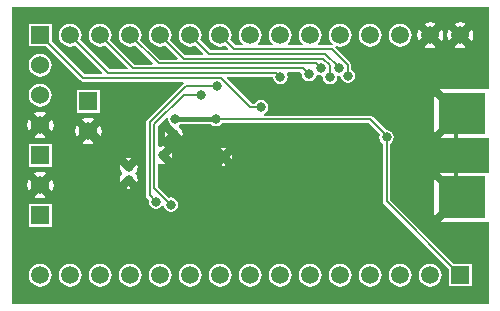
<source format=gbl>
G04 Layer_Physical_Order=2*
G04 Layer_Color=16711680*
%FSAX25Y25*%
%MOIN*%
G70*
G01*
G75*
%ADD31R,0.15748X0.07874*%
%ADD32C,0.00800*%
%ADD33C,0.01200*%
%ADD35C,0.01500*%
%ADD38C,0.05906*%
%ADD39R,0.05906X0.05906*%
%ADD40R,0.06000X0.06000*%
%ADD41C,0.06000*%
%ADD42C,0.03150*%
G36*
X0315961Y0220947D02*
X0299797D01*
X0304137Y0216607D01*
X0302189Y0214658D01*
X0297848Y0218999D01*
Y0210317D01*
Y0206534D01*
X0302189Y0210874D01*
X0304137Y0208926D01*
X0299797Y0204585D01*
X0315961D01*
Y0193215D01*
X0299797D01*
X0304137Y0188874D01*
X0302189Y0186926D01*
X0297848Y0191266D01*
Y0182585D01*
Y0178802D01*
X0302189Y0183142D01*
X0304137Y0181193D01*
X0299797Y0176853D01*
X0315961D01*
Y0149539D01*
X0157039D01*
Y0248461D01*
X0315961D01*
Y0220947D01*
D02*
G37*
%LPC*%
G36*
X0170422Y0190973D02*
X0168449Y0189000D01*
X0170422Y0187027D01*
X0170765Y0187857D01*
X0170916Y0189000D01*
X0170765Y0190143D01*
X0170422Y0190973D01*
D02*
G37*
G36*
X0162578Y0190973D02*
X0162235Y0190143D01*
X0162084Y0189000D01*
X0162235Y0187857D01*
X0162578Y0187027D01*
X0164551Y0189000D01*
X0162578Y0190973D01*
D02*
G37*
G36*
X0196000Y0188886D02*
X0195118Y0188004D01*
X0195229Y0187958D01*
X0196000Y0187856D01*
X0196771Y0187958D01*
X0196882Y0188004D01*
X0196000Y0188886D01*
D02*
G37*
G36*
X0296500Y0162785D02*
X0295520Y0162656D01*
X0294607Y0162278D01*
X0293824Y0161677D01*
X0293222Y0160893D01*
X0292844Y0159980D01*
X0292715Y0159000D01*
X0292844Y0158020D01*
X0293222Y0157107D01*
X0293824Y0156324D01*
X0294607Y0155722D01*
X0295520Y0155344D01*
X0296500Y0155215D01*
X0297480Y0155344D01*
X0298393Y0155722D01*
X0299177Y0156324D01*
X0299778Y0157107D01*
X0300156Y0158020D01*
X0300285Y0159000D01*
X0300156Y0159980D01*
X0299778Y0160893D01*
X0299177Y0161677D01*
X0298393Y0162278D01*
X0297480Y0162656D01*
X0296500Y0162785D01*
D02*
G37*
G36*
X0170300Y0182800D02*
X0162700D01*
Y0175200D01*
X0170300D01*
Y0182800D01*
D02*
G37*
G36*
X0166500Y0187051D02*
X0164527Y0185079D01*
X0165357Y0184735D01*
X0166500Y0184584D01*
X0167643Y0184735D01*
X0168473Y0185079D01*
X0166500Y0187051D01*
D02*
G37*
G36*
X0193169Y0196047D02*
X0193123Y0195936D01*
X0193022Y0195165D01*
X0193123Y0194395D01*
X0193421Y0193676D01*
X0193586Y0193461D01*
X0193859Y0193000D01*
X0193586Y0192539D01*
X0193421Y0192324D01*
X0193123Y0191605D01*
X0193022Y0190835D01*
X0193123Y0190064D01*
X0193169Y0189953D01*
X0195026Y0191809D01*
X0196000Y0190835D01*
X0196974Y0191809D01*
X0198831Y0189953D01*
X0198877Y0190064D01*
X0198978Y0190835D01*
X0198877Y0191605D01*
X0198579Y0192324D01*
X0198414Y0192539D01*
X0198141Y0193000D01*
X0198414Y0193461D01*
X0198579Y0193676D01*
X0198877Y0194395D01*
X0198978Y0195165D01*
X0198877Y0195936D01*
X0198831Y0196047D01*
X0196974Y0194191D01*
X0196000Y0195165D01*
X0195026Y0194191D01*
X0193169Y0196047D01*
D02*
G37*
G36*
X0196000Y0198144D02*
X0195229Y0198042D01*
X0195118Y0197996D01*
X0196000Y0197114D01*
X0196882Y0197996D01*
X0196771Y0198042D01*
X0196000Y0198144D01*
D02*
G37*
G36*
X0224669Y0199382D02*
X0224623Y0199271D01*
X0224522Y0198500D01*
X0224623Y0197729D01*
X0224669Y0197618D01*
X0225551Y0198500D01*
X0224669Y0199382D01*
D02*
G37*
G36*
X0230331Y0199382D02*
X0229449Y0198500D01*
X0230331Y0197618D01*
X0230377Y0197729D01*
X0230478Y0198500D01*
X0230377Y0199271D01*
X0230331Y0199382D01*
D02*
G37*
G36*
X0166500Y0193416D02*
X0165357Y0193265D01*
X0164527Y0192921D01*
X0166500Y0190949D01*
X0168473Y0192921D01*
X0167643Y0193265D01*
X0166500Y0193416D01*
D02*
G37*
G36*
X0170300Y0202800D02*
X0162700D01*
Y0195200D01*
X0170300D01*
Y0202800D01*
D02*
G37*
G36*
X0227500Y0196551D02*
X0226618Y0195669D01*
X0226729Y0195623D01*
X0227500Y0195522D01*
X0228271Y0195623D01*
X0228382Y0195669D01*
X0227500Y0196551D01*
D02*
G37*
G36*
X0206500Y0162785D02*
X0205520Y0162656D01*
X0204607Y0162278D01*
X0203823Y0161677D01*
X0203222Y0160893D01*
X0202844Y0159980D01*
X0202715Y0159000D01*
X0202844Y0158020D01*
X0203222Y0157107D01*
X0203823Y0156324D01*
X0204607Y0155722D01*
X0205520Y0155344D01*
X0206500Y0155215D01*
X0207480Y0155344D01*
X0208393Y0155722D01*
X0209176Y0156324D01*
X0209778Y0157107D01*
X0210156Y0158020D01*
X0210285Y0159000D01*
X0210156Y0159980D01*
X0209778Y0160893D01*
X0209176Y0161677D01*
X0208393Y0162278D01*
X0207480Y0162656D01*
X0206500Y0162785D01*
D02*
G37*
G36*
X0216500D02*
X0215520Y0162656D01*
X0214607Y0162278D01*
X0213824Y0161677D01*
X0213222Y0160893D01*
X0212844Y0159980D01*
X0212715Y0159000D01*
X0212844Y0158020D01*
X0213222Y0157107D01*
X0213824Y0156324D01*
X0214607Y0155722D01*
X0215520Y0155344D01*
X0216500Y0155215D01*
X0217480Y0155344D01*
X0218393Y0155722D01*
X0219177Y0156324D01*
X0219778Y0157107D01*
X0220156Y0158020D01*
X0220285Y0159000D01*
X0220156Y0159980D01*
X0219778Y0160893D01*
X0219177Y0161677D01*
X0218393Y0162278D01*
X0217480Y0162656D01*
X0216500Y0162785D01*
D02*
G37*
G36*
X0226500D02*
X0225520Y0162656D01*
X0224607Y0162278D01*
X0223823Y0161677D01*
X0223222Y0160893D01*
X0222844Y0159980D01*
X0222715Y0159000D01*
X0222844Y0158020D01*
X0223222Y0157107D01*
X0223823Y0156324D01*
X0224607Y0155722D01*
X0225520Y0155344D01*
X0226500Y0155215D01*
X0227480Y0155344D01*
X0228393Y0155722D01*
X0229176Y0156324D01*
X0229778Y0157107D01*
X0230156Y0158020D01*
X0230285Y0159000D01*
X0230156Y0159980D01*
X0229778Y0160893D01*
X0229176Y0161677D01*
X0228393Y0162278D01*
X0227480Y0162656D01*
X0226500Y0162785D01*
D02*
G37*
G36*
X0176500D02*
X0175520Y0162656D01*
X0174607Y0162278D01*
X0173823Y0161677D01*
X0173222Y0160893D01*
X0172844Y0159980D01*
X0172715Y0159000D01*
X0172844Y0158020D01*
X0173222Y0157107D01*
X0173823Y0156324D01*
X0174607Y0155722D01*
X0175520Y0155344D01*
X0176500Y0155215D01*
X0177480Y0155344D01*
X0178393Y0155722D01*
X0179176Y0156324D01*
X0179778Y0157107D01*
X0180156Y0158020D01*
X0180285Y0159000D01*
X0180156Y0159980D01*
X0179778Y0160893D01*
X0179176Y0161677D01*
X0178393Y0162278D01*
X0177480Y0162656D01*
X0176500Y0162785D01*
D02*
G37*
G36*
X0186500D02*
X0185520Y0162656D01*
X0184607Y0162278D01*
X0183824Y0161677D01*
X0183222Y0160893D01*
X0182844Y0159980D01*
X0182715Y0159000D01*
X0182844Y0158020D01*
X0183222Y0157107D01*
X0183824Y0156324D01*
X0184607Y0155722D01*
X0185520Y0155344D01*
X0186500Y0155215D01*
X0187480Y0155344D01*
X0188393Y0155722D01*
X0189176Y0156324D01*
X0189778Y0157107D01*
X0190156Y0158020D01*
X0190285Y0159000D01*
X0190156Y0159980D01*
X0189778Y0160893D01*
X0189176Y0161677D01*
X0188393Y0162278D01*
X0187480Y0162656D01*
X0186500Y0162785D01*
D02*
G37*
G36*
X0196500D02*
X0195520Y0162656D01*
X0194607Y0162278D01*
X0193824Y0161677D01*
X0193222Y0160893D01*
X0192844Y0159980D01*
X0192715Y0159000D01*
X0192844Y0158020D01*
X0193222Y0157107D01*
X0193824Y0156324D01*
X0194607Y0155722D01*
X0195520Y0155344D01*
X0196500Y0155215D01*
X0197480Y0155344D01*
X0198393Y0155722D01*
X0199177Y0156324D01*
X0199778Y0157107D01*
X0200156Y0158020D01*
X0200285Y0159000D01*
X0200156Y0159980D01*
X0199778Y0160893D01*
X0199177Y0161677D01*
X0198393Y0162278D01*
X0197480Y0162656D01*
X0196500Y0162785D01*
D02*
G37*
G36*
X0236500D02*
X0235520Y0162656D01*
X0234607Y0162278D01*
X0233823Y0161677D01*
X0233222Y0160893D01*
X0232844Y0159980D01*
X0232715Y0159000D01*
X0232844Y0158020D01*
X0233222Y0157107D01*
X0233823Y0156324D01*
X0234607Y0155722D01*
X0235520Y0155344D01*
X0236500Y0155215D01*
X0237480Y0155344D01*
X0238393Y0155722D01*
X0239177Y0156324D01*
X0239778Y0157107D01*
X0240156Y0158020D01*
X0240285Y0159000D01*
X0240156Y0159980D01*
X0239778Y0160893D01*
X0239177Y0161677D01*
X0238393Y0162278D01*
X0237480Y0162656D01*
X0236500Y0162785D01*
D02*
G37*
G36*
X0276500D02*
X0275520Y0162656D01*
X0274607Y0162278D01*
X0273823Y0161677D01*
X0273222Y0160893D01*
X0272844Y0159980D01*
X0272715Y0159000D01*
X0272844Y0158020D01*
X0273222Y0157107D01*
X0273823Y0156324D01*
X0274607Y0155722D01*
X0275520Y0155344D01*
X0276500Y0155215D01*
X0277480Y0155344D01*
X0278393Y0155722D01*
X0279176Y0156324D01*
X0279778Y0157107D01*
X0280156Y0158020D01*
X0280285Y0159000D01*
X0280156Y0159980D01*
X0279778Y0160893D01*
X0279176Y0161677D01*
X0278393Y0162278D01*
X0277480Y0162656D01*
X0276500Y0162785D01*
D02*
G37*
G36*
X0286500D02*
X0285520Y0162656D01*
X0284607Y0162278D01*
X0283823Y0161677D01*
X0283222Y0160893D01*
X0282844Y0159980D01*
X0282715Y0159000D01*
X0282844Y0158020D01*
X0283222Y0157107D01*
X0283823Y0156324D01*
X0284607Y0155722D01*
X0285520Y0155344D01*
X0286500Y0155215D01*
X0287480Y0155344D01*
X0288393Y0155722D01*
X0289177Y0156324D01*
X0289778Y0157107D01*
X0290156Y0158020D01*
X0290285Y0159000D01*
X0290156Y0159980D01*
X0289778Y0160893D01*
X0289177Y0161677D01*
X0288393Y0162278D01*
X0287480Y0162656D01*
X0286500Y0162785D01*
D02*
G37*
G36*
X0166500D02*
X0165520Y0162656D01*
X0164607Y0162278D01*
X0163823Y0161677D01*
X0163222Y0160893D01*
X0162844Y0159980D01*
X0162715Y0159000D01*
X0162844Y0158020D01*
X0163222Y0157107D01*
X0163823Y0156324D01*
X0164607Y0155722D01*
X0165520Y0155344D01*
X0166500Y0155215D01*
X0167480Y0155344D01*
X0168393Y0155722D01*
X0169176Y0156324D01*
X0169778Y0157107D01*
X0170156Y0158020D01*
X0170285Y0159000D01*
X0170156Y0159980D01*
X0169778Y0160893D01*
X0169176Y0161677D01*
X0168393Y0162278D01*
X0167480Y0162656D01*
X0166500Y0162785D01*
D02*
G37*
G36*
X0246500D02*
X0245520Y0162656D01*
X0244607Y0162278D01*
X0243824Y0161677D01*
X0243222Y0160893D01*
X0242844Y0159980D01*
X0242715Y0159000D01*
X0242844Y0158020D01*
X0243222Y0157107D01*
X0243824Y0156324D01*
X0244607Y0155722D01*
X0245520Y0155344D01*
X0246500Y0155215D01*
X0247480Y0155344D01*
X0248393Y0155722D01*
X0249177Y0156324D01*
X0249778Y0157107D01*
X0250156Y0158020D01*
X0250285Y0159000D01*
X0250156Y0159980D01*
X0249778Y0160893D01*
X0249177Y0161677D01*
X0248393Y0162278D01*
X0247480Y0162656D01*
X0246500Y0162785D01*
D02*
G37*
G36*
X0256500D02*
X0255520Y0162656D01*
X0254607Y0162278D01*
X0253823Y0161677D01*
X0253222Y0160893D01*
X0252844Y0159980D01*
X0252715Y0159000D01*
X0252844Y0158020D01*
X0253222Y0157107D01*
X0253823Y0156324D01*
X0254607Y0155722D01*
X0255520Y0155344D01*
X0256500Y0155215D01*
X0257480Y0155344D01*
X0258393Y0155722D01*
X0259176Y0156324D01*
X0259778Y0157107D01*
X0260156Y0158020D01*
X0260285Y0159000D01*
X0260156Y0159980D01*
X0259778Y0160893D01*
X0259176Y0161677D01*
X0258393Y0162278D01*
X0257480Y0162656D01*
X0256500Y0162785D01*
D02*
G37*
G36*
X0266500D02*
X0265520Y0162656D01*
X0264607Y0162278D01*
X0263824Y0161677D01*
X0263222Y0160893D01*
X0262844Y0159980D01*
X0262715Y0159000D01*
X0262844Y0158020D01*
X0263222Y0157107D01*
X0263824Y0156324D01*
X0264607Y0155722D01*
X0265520Y0155344D01*
X0266500Y0155215D01*
X0267480Y0155344D01*
X0268393Y0155722D01*
X0269177Y0156324D01*
X0269778Y0157107D01*
X0270156Y0158020D01*
X0270285Y0159000D01*
X0270156Y0159980D01*
X0269778Y0160893D01*
X0269177Y0161677D01*
X0268393Y0162278D01*
X0267480Y0162656D01*
X0266500Y0162785D01*
D02*
G37*
G36*
X0306500Y0237051D02*
X0304563Y0235115D01*
X0305369Y0234781D01*
X0306500Y0234632D01*
X0307630Y0234781D01*
X0308437Y0235115D01*
X0306500Y0237051D01*
D02*
G37*
G36*
X0276500Y0242785D02*
X0275520Y0242656D01*
X0274607Y0242278D01*
X0273823Y0241676D01*
X0273222Y0240893D01*
X0272844Y0239980D01*
X0272715Y0239000D01*
X0272844Y0238020D01*
X0273222Y0237107D01*
X0273823Y0236323D01*
X0274607Y0235722D01*
X0275520Y0235344D01*
X0276500Y0235215D01*
X0277480Y0235344D01*
X0278393Y0235722D01*
X0279176Y0236323D01*
X0279778Y0237107D01*
X0280156Y0238020D01*
X0280285Y0239000D01*
X0280156Y0239980D01*
X0279778Y0240893D01*
X0279176Y0241676D01*
X0278393Y0242278D01*
X0277480Y0242656D01*
X0276500Y0242785D01*
D02*
G37*
G36*
X0286500D02*
X0285520Y0242656D01*
X0284607Y0242278D01*
X0283823Y0241676D01*
X0283222Y0240893D01*
X0282844Y0239980D01*
X0282715Y0239000D01*
X0282844Y0238020D01*
X0283222Y0237107D01*
X0283823Y0236323D01*
X0284607Y0235722D01*
X0285520Y0235344D01*
X0286500Y0235215D01*
X0287480Y0235344D01*
X0288393Y0235722D01*
X0289177Y0236323D01*
X0289778Y0237107D01*
X0290156Y0238020D01*
X0290285Y0239000D01*
X0290156Y0239980D01*
X0289778Y0240893D01*
X0289177Y0241676D01*
X0288393Y0242278D01*
X0287480Y0242656D01*
X0286500Y0242785D01*
D02*
G37*
G36*
X0166500Y0222833D02*
X0165508Y0222702D01*
X0164584Y0222319D01*
X0163790Y0221710D01*
X0163181Y0220916D01*
X0162798Y0219992D01*
X0162667Y0219000D01*
X0162798Y0218008D01*
X0163181Y0217084D01*
X0163790Y0216290D01*
X0164584Y0215681D01*
X0165508Y0215298D01*
X0166500Y0215167D01*
X0167492Y0215298D01*
X0168416Y0215681D01*
X0169210Y0216290D01*
X0169819Y0217084D01*
X0170202Y0218008D01*
X0170333Y0219000D01*
X0170202Y0219992D01*
X0169819Y0220916D01*
X0169210Y0221710D01*
X0168416Y0222319D01*
X0167492Y0222702D01*
X0166500Y0222833D01*
D02*
G37*
G36*
Y0232833D02*
X0165508Y0232702D01*
X0164584Y0232319D01*
X0163790Y0231710D01*
X0163181Y0230916D01*
X0162798Y0229992D01*
X0162667Y0229000D01*
X0162798Y0228008D01*
X0163181Y0227084D01*
X0163790Y0226290D01*
X0164584Y0225681D01*
X0165508Y0225298D01*
X0166500Y0225167D01*
X0167492Y0225298D01*
X0168416Y0225681D01*
X0169210Y0226290D01*
X0169819Y0227084D01*
X0170202Y0228008D01*
X0170333Y0229000D01*
X0170202Y0229992D01*
X0169819Y0230916D01*
X0169210Y0231710D01*
X0168416Y0232319D01*
X0167492Y0232702D01*
X0166500Y0232833D01*
D02*
G37*
G36*
X0296500Y0237051D02*
X0294563Y0235115D01*
X0295370Y0234781D01*
X0296500Y0234632D01*
X0297631Y0234781D01*
X0298437Y0235115D01*
X0296500Y0237051D01*
D02*
G37*
G36*
X0266500Y0242785D02*
X0265520Y0242656D01*
X0264607Y0242278D01*
X0263824Y0241676D01*
X0263222Y0240893D01*
X0262844Y0239980D01*
X0262715Y0239000D01*
X0262844Y0238020D01*
X0263222Y0237107D01*
X0263824Y0236323D01*
X0264092Y0236117D01*
X0263838Y0235556D01*
X0263625Y0235598D01*
X0259217D01*
X0259013Y0236198D01*
X0259176Y0236323D01*
X0259778Y0237107D01*
X0260156Y0238020D01*
X0260285Y0239000D01*
X0260156Y0239980D01*
X0259778Y0240893D01*
X0259176Y0241676D01*
X0258393Y0242278D01*
X0257480Y0242656D01*
X0256500Y0242785D01*
X0255520Y0242656D01*
X0254607Y0242278D01*
X0253823Y0241676D01*
X0253222Y0240893D01*
X0252844Y0239980D01*
X0252715Y0239000D01*
X0252844Y0238020D01*
X0253222Y0237107D01*
X0253823Y0236323D01*
X0253987Y0236198D01*
X0253783Y0235598D01*
X0249217D01*
X0249013Y0236198D01*
X0249177Y0236323D01*
X0249778Y0237107D01*
X0250156Y0238020D01*
X0250285Y0239000D01*
X0250156Y0239980D01*
X0249778Y0240893D01*
X0249177Y0241676D01*
X0248393Y0242278D01*
X0247480Y0242656D01*
X0246500Y0242785D01*
X0245520Y0242656D01*
X0244607Y0242278D01*
X0243824Y0241676D01*
X0243222Y0240893D01*
X0242844Y0239980D01*
X0242715Y0239000D01*
X0242844Y0238020D01*
X0243222Y0237107D01*
X0243824Y0236323D01*
X0243987Y0236198D01*
X0243783Y0235598D01*
X0239217D01*
X0239013Y0236198D01*
X0239177Y0236323D01*
X0239778Y0237107D01*
X0240156Y0238020D01*
X0240285Y0239000D01*
X0240156Y0239980D01*
X0239778Y0240893D01*
X0239177Y0241676D01*
X0238393Y0242278D01*
X0237480Y0242656D01*
X0236500Y0242785D01*
X0235520Y0242656D01*
X0234607Y0242278D01*
X0233823Y0241676D01*
X0233222Y0240893D01*
X0232844Y0239980D01*
X0232715Y0239000D01*
X0232844Y0238020D01*
X0233222Y0237107D01*
X0233823Y0236323D01*
X0233987Y0236198D01*
X0233783Y0235598D01*
X0231632D01*
X0229879Y0237351D01*
X0230156Y0238020D01*
X0230285Y0239000D01*
X0230156Y0239980D01*
X0229778Y0240893D01*
X0229176Y0241676D01*
X0228393Y0242278D01*
X0227480Y0242656D01*
X0226500Y0242785D01*
X0225520Y0242656D01*
X0224607Y0242278D01*
X0223823Y0241676D01*
X0223222Y0240893D01*
X0222844Y0239980D01*
X0222715Y0239000D01*
X0222844Y0238020D01*
X0223222Y0237107D01*
X0223823Y0236323D01*
X0224607Y0235722D01*
X0225520Y0235344D01*
X0226500Y0235215D01*
X0227480Y0235344D01*
X0228149Y0235621D01*
X0229217Y0234553D01*
X0228987Y0233998D01*
X0223232D01*
X0219879Y0237351D01*
X0220156Y0238020D01*
X0220285Y0239000D01*
X0220156Y0239980D01*
X0219778Y0240893D01*
X0219177Y0241676D01*
X0218393Y0242278D01*
X0217480Y0242656D01*
X0216500Y0242785D01*
X0215520Y0242656D01*
X0214607Y0242278D01*
X0213824Y0241676D01*
X0213222Y0240893D01*
X0212844Y0239980D01*
X0212715Y0239000D01*
X0212844Y0238020D01*
X0213222Y0237107D01*
X0213824Y0236323D01*
X0214607Y0235722D01*
X0215520Y0235344D01*
X0216500Y0235215D01*
X0217480Y0235344D01*
X0218149Y0235621D01*
X0220817Y0232953D01*
X0220587Y0232398D01*
X0214832D01*
X0209879Y0237351D01*
X0210156Y0238020D01*
X0210285Y0239000D01*
X0210156Y0239980D01*
X0209778Y0240893D01*
X0209176Y0241676D01*
X0208393Y0242278D01*
X0207480Y0242656D01*
X0206500Y0242785D01*
X0205520Y0242656D01*
X0204607Y0242278D01*
X0203823Y0241676D01*
X0203222Y0240893D01*
X0202844Y0239980D01*
X0202715Y0239000D01*
X0202844Y0238020D01*
X0203222Y0237107D01*
X0203823Y0236323D01*
X0204607Y0235722D01*
X0205520Y0235344D01*
X0206500Y0235215D01*
X0207480Y0235344D01*
X0208149Y0235621D01*
X0212417Y0231353D01*
X0212187Y0230798D01*
X0206432D01*
X0199879Y0237351D01*
X0200156Y0238020D01*
X0200285Y0239000D01*
X0200156Y0239980D01*
X0199778Y0240893D01*
X0199177Y0241676D01*
X0198393Y0242278D01*
X0197480Y0242656D01*
X0196500Y0242785D01*
X0195520Y0242656D01*
X0194607Y0242278D01*
X0193824Y0241676D01*
X0193222Y0240893D01*
X0192844Y0239980D01*
X0192715Y0239000D01*
X0192844Y0238020D01*
X0193222Y0237107D01*
X0193824Y0236323D01*
X0194607Y0235722D01*
X0195520Y0235344D01*
X0196500Y0235215D01*
X0197480Y0235344D01*
X0198149Y0235621D01*
X0204017Y0229753D01*
X0203787Y0229198D01*
X0198032D01*
X0189879Y0237351D01*
X0190156Y0238020D01*
X0190285Y0239000D01*
X0190156Y0239980D01*
X0189778Y0240893D01*
X0189176Y0241676D01*
X0188393Y0242278D01*
X0187480Y0242656D01*
X0186500Y0242785D01*
X0185520Y0242656D01*
X0184607Y0242278D01*
X0183824Y0241676D01*
X0183222Y0240893D01*
X0182844Y0239980D01*
X0182715Y0239000D01*
X0182844Y0238020D01*
X0183222Y0237107D01*
X0183824Y0236323D01*
X0184607Y0235722D01*
X0185520Y0235344D01*
X0186500Y0235215D01*
X0187480Y0235344D01*
X0188149Y0235621D01*
X0195617Y0228153D01*
X0195387Y0227598D01*
X0189632D01*
X0179879Y0237351D01*
X0180156Y0238020D01*
X0180285Y0239000D01*
X0180156Y0239980D01*
X0179778Y0240893D01*
X0179176Y0241676D01*
X0178393Y0242278D01*
X0177480Y0242656D01*
X0176500Y0242785D01*
X0175520Y0242656D01*
X0174607Y0242278D01*
X0173823Y0241676D01*
X0173222Y0240893D01*
X0172844Y0239980D01*
X0172715Y0239000D01*
X0172844Y0238020D01*
X0173222Y0237107D01*
X0173823Y0236323D01*
X0174607Y0235722D01*
X0175520Y0235344D01*
X0176500Y0235215D01*
X0177480Y0235344D01*
X0178149Y0235621D01*
X0187217Y0226553D01*
X0186987Y0225998D01*
X0181232D01*
X0170253Y0236978D01*
Y0242753D01*
X0162747D01*
Y0235247D01*
X0168523D01*
X0179860Y0223910D01*
X0180257Y0223644D01*
X0180725Y0223551D01*
X0214082D01*
X0214264Y0222951D01*
X0214135Y0222865D01*
X0202035Y0210765D01*
X0201770Y0210368D01*
X0201677Y0209900D01*
Y0185600D01*
X0201770Y0185132D01*
X0202035Y0184735D01*
X0202693Y0184076D01*
X0202579Y0183500D01*
X0202763Y0182573D01*
X0203288Y0181788D01*
X0204073Y0181263D01*
X0205000Y0181079D01*
X0205927Y0181263D01*
X0206712Y0181788D01*
X0207018Y0182245D01*
X0207655Y0182118D01*
X0207763Y0181573D01*
X0208288Y0180788D01*
X0209073Y0180263D01*
X0210000Y0180079D01*
X0210927Y0180263D01*
X0211712Y0180788D01*
X0212237Y0181573D01*
X0212421Y0182500D01*
X0212237Y0183427D01*
X0211712Y0184212D01*
X0210927Y0184737D01*
X0210000Y0184921D01*
X0209424Y0184807D01*
X0205724Y0188507D01*
Y0195924D01*
X0206324Y0196291D01*
X0206729Y0196123D01*
X0207500Y0196022D01*
X0208271Y0196123D01*
X0208382Y0196169D01*
X0206526Y0198026D01*
X0207500Y0199000D01*
X0206526Y0199974D01*
X0208382Y0201831D01*
X0208271Y0201877D01*
X0207500Y0201978D01*
X0206729Y0201877D01*
X0206324Y0201709D01*
X0205724Y0202076D01*
Y0208731D01*
X0208585Y0211592D01*
X0209138Y0211296D01*
X0209079Y0211000D01*
X0209263Y0210073D01*
X0209759Y0209331D01*
X0209781Y0209251D01*
X0209768Y0209181D01*
X0211974Y0206974D01*
X0213831Y0205118D01*
X0213877Y0205229D01*
X0213978Y0206000D01*
X0213877Y0206771D01*
X0213579Y0207489D01*
X0213106Y0208106D01*
X0212835Y0208314D01*
X0212859Y0209052D01*
X0213212Y0209288D01*
X0213300Y0209420D01*
X0223200D01*
X0223288Y0209288D01*
X0224073Y0208763D01*
X0225000Y0208579D01*
X0225927Y0208763D01*
X0226712Y0209288D01*
X0227039Y0209776D01*
X0275993D01*
X0279776Y0205994D01*
X0279665Y0205828D01*
X0279480Y0204902D01*
X0279665Y0203975D01*
X0280189Y0203189D01*
X0280678Y0202863D01*
Y0183598D01*
X0280771Y0183130D01*
X0281036Y0182733D01*
X0302747Y0161022D01*
Y0155247D01*
X0310253D01*
Y0162753D01*
X0304478D01*
X0283125Y0184105D01*
Y0202863D01*
X0283614Y0203189D01*
X0284139Y0203975D01*
X0284323Y0204902D01*
X0284139Y0205828D01*
X0283614Y0206614D01*
X0282828Y0207139D01*
X0281909Y0207322D01*
X0277365Y0211865D01*
X0276968Y0212130D01*
X0276500Y0212224D01*
X0241117D01*
X0241042Y0212435D01*
X0241017Y0212824D01*
X0241712Y0213288D01*
X0242237Y0214073D01*
X0242421Y0215000D01*
X0242237Y0215927D01*
X0241712Y0216712D01*
X0240927Y0217237D01*
X0240000Y0217421D01*
X0239073Y0217237D01*
X0238288Y0216712D01*
X0237961Y0216224D01*
X0237007D01*
X0228633Y0224597D01*
X0228863Y0225151D01*
X0243954D01*
X0244079Y0225000D01*
X0244263Y0224073D01*
X0244788Y0223288D01*
X0245573Y0222763D01*
X0246500Y0222579D01*
X0247427Y0222763D01*
X0248212Y0223288D01*
X0248737Y0224073D01*
X0248921Y0225000D01*
X0248737Y0225927D01*
X0248587Y0226151D01*
X0248908Y0226751D01*
X0253144D01*
X0253617Y0226192D01*
X0253579Y0226000D01*
X0253763Y0225073D01*
X0254288Y0224288D01*
X0255073Y0223763D01*
X0256000Y0223579D01*
X0256927Y0223763D01*
X0257712Y0224288D01*
X0258237Y0225073D01*
X0258330Y0225538D01*
X0258996Y0225815D01*
X0259073Y0225763D01*
X0260000Y0225579D01*
X0260193Y0225617D01*
X0260617Y0225193D01*
X0260579Y0225000D01*
X0260763Y0224073D01*
X0261288Y0223288D01*
X0262073Y0222763D01*
X0263000Y0222579D01*
X0263927Y0222763D01*
X0264712Y0223288D01*
X0265237Y0224073D01*
X0265421Y0225000D01*
X0265380Y0225206D01*
X0265805Y0225631D01*
X0265940Y0225604D01*
X0266038Y0225623D01*
X0266652Y0225134D01*
X0266763Y0224573D01*
X0267288Y0223788D01*
X0268073Y0223263D01*
X0269000Y0223079D01*
X0269927Y0223263D01*
X0270712Y0223788D01*
X0271237Y0224573D01*
X0271421Y0225500D01*
X0271237Y0226427D01*
X0270712Y0227212D01*
X0270223Y0227539D01*
Y0229000D01*
X0270130Y0229468D01*
X0269865Y0229865D01*
X0264693Y0235037D01*
X0265033Y0235546D01*
X0265520Y0235344D01*
X0266500Y0235215D01*
X0267480Y0235344D01*
X0268393Y0235722D01*
X0269177Y0236323D01*
X0269778Y0237107D01*
X0270156Y0238020D01*
X0270285Y0239000D01*
X0270156Y0239980D01*
X0269778Y0240893D01*
X0269177Y0241676D01*
X0268393Y0242278D01*
X0267480Y0242656D01*
X0266500Y0242785D01*
D02*
G37*
G36*
X0310385Y0240937D02*
X0308449Y0239000D01*
X0310385Y0237063D01*
X0310719Y0237870D01*
X0310868Y0239000D01*
X0310719Y0240130D01*
X0310385Y0240937D01*
D02*
G37*
G36*
X0296500Y0243368D02*
X0295370Y0243219D01*
X0294563Y0242885D01*
X0296500Y0240949D01*
X0298437Y0242885D01*
X0297631Y0243219D01*
X0296500Y0243368D01*
D02*
G37*
G36*
X0306500D02*
X0305369Y0243219D01*
X0304563Y0242885D01*
X0306500Y0240949D01*
X0308437Y0242885D01*
X0307630Y0243219D01*
X0306500Y0243368D01*
D02*
G37*
G36*
X0292615Y0240937D02*
X0292281Y0240130D01*
X0292132Y0239000D01*
X0292281Y0237870D01*
X0292615Y0237063D01*
X0294551Y0239000D01*
X0292615Y0240937D01*
D02*
G37*
G36*
X0302615D02*
X0302281Y0240130D01*
X0302132Y0239000D01*
X0302281Y0237870D01*
X0302615Y0237063D01*
X0304551Y0239000D01*
X0302615Y0240937D01*
D02*
G37*
G36*
X0300385Y0240937D02*
X0298449Y0239000D01*
X0300385Y0237063D01*
X0300719Y0237870D01*
X0300868Y0239000D01*
X0300719Y0240130D01*
X0300385Y0240937D01*
D02*
G37*
G36*
X0211000Y0204051D02*
X0210118Y0203169D01*
X0210229Y0203123D01*
X0211000Y0203022D01*
X0211771Y0203123D01*
X0211882Y0203169D01*
X0211000Y0204051D01*
D02*
G37*
G36*
X0166500Y0207051D02*
X0164527Y0205079D01*
X0165357Y0204735D01*
X0166500Y0204584D01*
X0167643Y0204735D01*
X0168473Y0205079D01*
X0166500Y0207051D01*
D02*
G37*
G36*
X0178578Y0208973D02*
X0178235Y0208143D01*
X0178084Y0207000D01*
X0178235Y0205857D01*
X0178578Y0205027D01*
X0180551Y0207000D01*
X0178578Y0208973D01*
D02*
G37*
G36*
X0210331Y0199882D02*
X0209449Y0199000D01*
X0210331Y0198118D01*
X0210377Y0198229D01*
X0210478Y0199000D01*
X0210377Y0199771D01*
X0210331Y0199882D01*
D02*
G37*
G36*
X0227500Y0201478D02*
X0226729Y0201377D01*
X0226618Y0201331D01*
X0227500Y0200449D01*
X0228382Y0201331D01*
X0228271Y0201377D01*
X0227500Y0201478D01*
D02*
G37*
G36*
X0182500Y0205051D02*
X0180527Y0203079D01*
X0181357Y0202735D01*
X0182500Y0202584D01*
X0183643Y0202735D01*
X0184473Y0203079D01*
X0182500Y0205051D01*
D02*
G37*
G36*
X0186422Y0208973D02*
X0184449Y0207000D01*
X0186422Y0205027D01*
X0186765Y0205857D01*
X0186916Y0207000D01*
X0186765Y0208143D01*
X0186422Y0208973D01*
D02*
G37*
G36*
X0182500Y0211416D02*
X0181357Y0211265D01*
X0180527Y0210922D01*
X0182500Y0208949D01*
X0184473Y0210922D01*
X0183643Y0211265D01*
X0182500Y0211416D01*
D02*
G37*
G36*
X0166500Y0213416D02*
X0165357Y0213265D01*
X0164527Y0212922D01*
X0166500Y0210949D01*
X0168473Y0212922D01*
X0167643Y0213265D01*
X0166500Y0213416D01*
D02*
G37*
G36*
X0186300Y0220800D02*
X0178700D01*
Y0213200D01*
X0186300D01*
Y0220800D01*
D02*
G37*
G36*
X0208169Y0206882D02*
X0208123Y0206771D01*
X0208022Y0206000D01*
X0208123Y0205229D01*
X0208169Y0205118D01*
X0209051Y0206000D01*
X0208169Y0206882D01*
D02*
G37*
G36*
X0170422Y0210973D02*
X0168449Y0209000D01*
X0170422Y0207027D01*
X0170765Y0207857D01*
X0170916Y0209000D01*
X0170765Y0210143D01*
X0170422Y0210973D01*
D02*
G37*
G36*
X0162578Y0210973D02*
X0162235Y0210143D01*
X0162084Y0209000D01*
X0162235Y0207857D01*
X0162578Y0207027D01*
X0164551Y0209000D01*
X0162578Y0210973D01*
D02*
G37*
%LPD*%
D31*
X0307100Y0187900D02*
D03*
Y0209900D02*
D03*
Y0182168D02*
D03*
Y0215632D02*
D03*
D32*
X0214263Y0219000D02*
X0220000D01*
X0204500Y0209237D02*
X0214263Y0219000D01*
X0204500Y0188000D02*
Y0209237D01*
X0215000Y0222000D02*
X0225500D01*
X0202900Y0209900D02*
X0215000Y0222000D01*
X0202900Y0185600D02*
Y0209900D01*
X0254025Y0227975D02*
X0256000Y0226000D01*
X0197525Y0227975D02*
X0254025D01*
X0258425Y0229575D02*
X0260000Y0228000D01*
X0205925Y0229575D02*
X0258425D01*
X0260749Y0231175D02*
X0263000Y0228924D01*
X0214325Y0231175D02*
X0260749D01*
X0261412Y0232775D02*
X0265940Y0228247D01*
X0222725Y0232775D02*
X0261412D01*
X0265940Y0228025D02*
Y0228247D01*
X0263625Y0234375D02*
X0269000Y0229000D01*
X0231125Y0234375D02*
X0263625D01*
X0226500Y0239000D02*
X0231125Y0234375D01*
X0216500Y0239000D02*
X0222725Y0232775D01*
X0206500Y0239000D02*
X0214325Y0231175D01*
X0196500Y0239000D02*
X0205925Y0229575D01*
X0186500Y0239000D02*
X0197525Y0227975D01*
X0226725Y0224775D02*
X0236500Y0215000D01*
X0180725Y0224775D02*
X0226725D01*
X0189125Y0226375D02*
X0245125D01*
X0176500Y0239000D02*
X0189125Y0226375D01*
X0245125D02*
X0246500Y0225000D01*
X0263000D02*
Y0228924D01*
X0166500Y0239000D02*
X0180725Y0224775D01*
X0236500Y0215000D02*
X0240000D01*
X0281902Y0183598D02*
X0306500Y0159000D01*
X0281902Y0183598D02*
Y0204902D01*
Y0205402D01*
X0282000Y0205500D01*
X0276500Y0211000D02*
X0282000Y0205500D01*
X0225000Y0211000D02*
X0276500D01*
X0202900Y0185600D02*
X0205000Y0183500D01*
X0204500Y0188000D02*
X0210000Y0182500D01*
X0269000Y0225500D02*
Y0229000D01*
D33*
X0211000Y0206000D02*
X0218500Y0198500D01*
X0227500D01*
X0305000Y0188500D02*
Y0210500D01*
X0211000Y0202500D02*
Y0206000D01*
X0207500Y0199000D02*
X0211000Y0202500D01*
X0184165Y0207000D02*
X0196000Y0195165D01*
X0182500Y0207000D02*
X0184165D01*
D35*
X0211500Y0211000D02*
X0225000D01*
D38*
X0166500Y0159000D02*
D03*
X0176500D02*
D03*
X0186500D02*
D03*
X0196500D02*
D03*
X0206500D02*
D03*
X0216500D02*
D03*
X0226500D02*
D03*
X0236500D02*
D03*
X0246500D02*
D03*
X0256500D02*
D03*
X0266500D02*
D03*
X0276500D02*
D03*
X0286500D02*
D03*
X0296500D02*
D03*
X0306500Y0239000D02*
D03*
X0296500D02*
D03*
X0286500D02*
D03*
X0276500D02*
D03*
X0266500D02*
D03*
X0256500D02*
D03*
X0246500D02*
D03*
X0236500D02*
D03*
X0226500D02*
D03*
X0216500D02*
D03*
X0206500D02*
D03*
X0196500D02*
D03*
X0186500D02*
D03*
X0176500D02*
D03*
D39*
X0306500Y0159000D02*
D03*
X0166500Y0239000D02*
D03*
D40*
X0182500Y0217000D02*
D03*
X0166500Y0199000D02*
D03*
Y0179000D02*
D03*
D41*
X0182500Y0207000D02*
D03*
X0166500Y0229000D02*
D03*
Y0209000D02*
D03*
Y0219000D02*
D03*
Y0189000D02*
D03*
D42*
X0196000Y0195165D02*
D03*
Y0190835D02*
D03*
X0227500Y0198500D02*
D03*
X0281902Y0204902D02*
D03*
X0211000Y0206000D02*
D03*
X0207500Y0199000D02*
D03*
X0205000Y0183500D02*
D03*
X0210000Y0182500D02*
D03*
X0220000Y0219000D02*
D03*
X0225500Y0222000D02*
D03*
X0211500Y0211000D02*
D03*
X0225000D02*
D03*
X0240000Y0215000D02*
D03*
X0246500Y0225000D02*
D03*
X0256000Y0226000D02*
D03*
X0260000Y0228000D02*
D03*
X0263000Y0225000D02*
D03*
X0265940Y0228025D02*
D03*
X0269000Y0225500D02*
D03*
M02*

</source>
